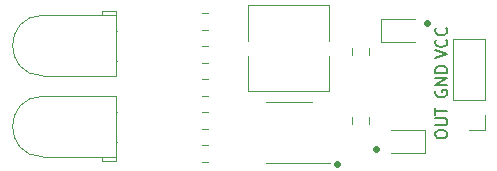
<source format=gbr>
G04 #@! TF.GenerationSoftware,KiCad,Pcbnew,5.1.5-52549c5~86~ubuntu16.04.1*
G04 #@! TF.CreationDate,2020-07-27T16:21:35+05:30*
G04 #@! TF.ProjectId,IR_Sensor_Module_V1.0,49525f53-656e-4736-9f72-5f4d6f64756c,V1.0*
G04 #@! TF.SameCoordinates,Original*
G04 #@! TF.FileFunction,Legend,Top*
G04 #@! TF.FilePolarity,Positive*
%FSLAX46Y46*%
G04 Gerber Fmt 4.6, Leading zero omitted, Abs format (unit mm)*
G04 Created by KiCad (PCBNEW 5.1.5-52549c5~86~ubuntu16.04.1) date 2020-07-27 16:21:35*
%MOMM*%
%LPD*%
G04 APERTURE LIST*
%ADD10C,0.150000*%
%ADD11C,0.381000*%
%ADD12C,0.120000*%
G04 APERTURE END LIST*
D10*
X156170380Y-92519333D02*
X157170380Y-92186000D01*
X156170380Y-91852666D01*
X157075142Y-90947904D02*
X157122761Y-90995523D01*
X157170380Y-91138380D01*
X157170380Y-91233619D01*
X157122761Y-91376476D01*
X157027523Y-91471714D01*
X156932285Y-91519333D01*
X156741809Y-91566952D01*
X156598952Y-91566952D01*
X156408476Y-91519333D01*
X156313238Y-91471714D01*
X156218000Y-91376476D01*
X156170380Y-91233619D01*
X156170380Y-91138380D01*
X156218000Y-90995523D01*
X156265619Y-90947904D01*
X157075142Y-89947904D02*
X157122761Y-89995523D01*
X157170380Y-90138380D01*
X157170380Y-90233619D01*
X157122761Y-90376476D01*
X157027523Y-90471714D01*
X156932285Y-90519333D01*
X156741809Y-90566952D01*
X156598952Y-90566952D01*
X156408476Y-90519333D01*
X156313238Y-90471714D01*
X156218000Y-90376476D01*
X156170380Y-90233619D01*
X156170380Y-90138380D01*
X156218000Y-89995523D01*
X156265619Y-89947904D01*
X156218000Y-95249904D02*
X156170380Y-95345142D01*
X156170380Y-95488000D01*
X156218000Y-95630857D01*
X156313238Y-95726095D01*
X156408476Y-95773714D01*
X156598952Y-95821333D01*
X156741809Y-95821333D01*
X156932285Y-95773714D01*
X157027523Y-95726095D01*
X157122761Y-95630857D01*
X157170380Y-95488000D01*
X157170380Y-95392761D01*
X157122761Y-95249904D01*
X157075142Y-95202285D01*
X156741809Y-95202285D01*
X156741809Y-95392761D01*
X157170380Y-94773714D02*
X156170380Y-94773714D01*
X157170380Y-94202285D01*
X156170380Y-94202285D01*
X157170380Y-93726095D02*
X156170380Y-93726095D01*
X156170380Y-93488000D01*
X156218000Y-93345142D01*
X156313238Y-93249904D01*
X156408476Y-93202285D01*
X156598952Y-93154666D01*
X156741809Y-93154666D01*
X156932285Y-93202285D01*
X157027523Y-93249904D01*
X157122761Y-93345142D01*
X157170380Y-93488000D01*
X157170380Y-93726095D01*
X156170380Y-99044000D02*
X156170380Y-98853523D01*
X156218000Y-98758285D01*
X156313238Y-98663047D01*
X156503714Y-98615428D01*
X156837047Y-98615428D01*
X157027523Y-98663047D01*
X157122761Y-98758285D01*
X157170380Y-98853523D01*
X157170380Y-99044000D01*
X157122761Y-99139238D01*
X157027523Y-99234476D01*
X156837047Y-99282095D01*
X156503714Y-99282095D01*
X156313238Y-99234476D01*
X156218000Y-99139238D01*
X156170380Y-99044000D01*
X156170380Y-98186857D02*
X156979904Y-98186857D01*
X157075142Y-98139238D01*
X157122761Y-98091619D01*
X157170380Y-97996380D01*
X157170380Y-97805904D01*
X157122761Y-97710666D01*
X157075142Y-97663047D01*
X156979904Y-97615428D01*
X156170380Y-97615428D01*
X156170380Y-97282095D02*
X156170380Y-96710666D01*
X157170380Y-96996380D02*
X156170380Y-96996380D01*
D11*
X147828000Y-101382285D02*
X147900571Y-101454857D01*
X147828000Y-101527428D01*
X147755428Y-101454857D01*
X147828000Y-101382285D01*
X147828000Y-101527428D01*
X151130000Y-100112285D02*
X151202571Y-100184857D01*
X151130000Y-100257428D01*
X151057428Y-100184857D01*
X151130000Y-100112285D01*
X151130000Y-100257428D01*
X155448000Y-89444285D02*
X155520571Y-89516857D01*
X155448000Y-89589428D01*
X155375428Y-89516857D01*
X155448000Y-89444285D01*
X155448000Y-89589428D01*
D12*
X129222000Y-90170000D02*
X129222000Y-90170000D01*
X129092000Y-90170000D02*
X129222000Y-90170000D01*
X129092000Y-90170000D02*
X129092000Y-90170000D01*
X129222000Y-90170000D02*
X129092000Y-90170000D01*
X129222000Y-92710000D02*
X129222000Y-92710000D01*
X129092000Y-92710000D02*
X129222000Y-92710000D01*
X129092000Y-92710000D02*
X129092000Y-92710000D01*
X129222000Y-92710000D02*
X129092000Y-92710000D01*
X129092000Y-88880000D02*
X129092000Y-88480000D01*
X127972000Y-88880000D02*
X129092000Y-88880000D01*
X127972000Y-88480000D02*
X127972000Y-88880000D01*
X129092000Y-88480000D02*
X127972000Y-88480000D01*
X129092000Y-94000000D02*
X129092000Y-88880000D01*
X129092000Y-88880000D02*
X122932000Y-88880000D01*
X129092000Y-94000000D02*
X122932000Y-94000000D01*
X122932000Y-88880000D02*
G75*
G03X122932000Y-94000000I0J-2560000D01*
G01*
X136913252Y-88677601D02*
X136390748Y-88677601D01*
X136913252Y-90097601D02*
X136390748Y-90097601D01*
X136913252Y-92912000D02*
X136390748Y-92912000D01*
X136913252Y-91492000D02*
X136390748Y-91492000D01*
X152416000Y-100528000D02*
X155276000Y-100528000D01*
X155276000Y-100528000D02*
X155276000Y-98608000D01*
X155276000Y-98608000D02*
X152416000Y-98608000D01*
X122932000Y-100858000D02*
G75*
G02X122932000Y-95738000I0J2560000D01*
G01*
X129092000Y-95738000D02*
X122932000Y-95738000D01*
X129092000Y-100858000D02*
X122932000Y-100858000D01*
X129092000Y-95738000D02*
X129092000Y-100858000D01*
X129092000Y-101258000D02*
X127972000Y-101258000D01*
X127972000Y-101258000D02*
X127972000Y-100858000D01*
X127972000Y-100858000D02*
X129092000Y-100858000D01*
X129092000Y-100858000D02*
X129092000Y-101258000D01*
X129222000Y-97028000D02*
X129092000Y-97028000D01*
X129092000Y-97028000D02*
X129092000Y-97028000D01*
X129092000Y-97028000D02*
X129222000Y-97028000D01*
X129222000Y-97028000D02*
X129222000Y-97028000D01*
X129222000Y-99568000D02*
X129092000Y-99568000D01*
X129092000Y-99568000D02*
X129092000Y-99568000D01*
X129092000Y-99568000D02*
X129222000Y-99568000D01*
X129222000Y-99568000D02*
X129222000Y-99568000D01*
X151556000Y-91130000D02*
X154416000Y-91130000D01*
X151556000Y-89210000D02*
X151556000Y-91130000D01*
X154416000Y-89210000D02*
X151556000Y-89210000D01*
X160334000Y-90872000D02*
X157674000Y-90872000D01*
X160334000Y-96012000D02*
X160334000Y-90872000D01*
X157674000Y-96012000D02*
X157674000Y-90872000D01*
X160334000Y-96012000D02*
X157674000Y-96012000D01*
X160334000Y-97282000D02*
X160334000Y-98612000D01*
X160334000Y-98612000D02*
X159004000Y-98612000D01*
X150570000Y-97528748D02*
X150570000Y-98051252D01*
X149150000Y-97528748D02*
X149150000Y-98051252D01*
X136913252Y-101294000D02*
X136390748Y-101294000D01*
X136913252Y-99874000D02*
X136390748Y-99874000D01*
X136390748Y-94286000D02*
X136913252Y-94286000D01*
X136390748Y-95706000D02*
X136913252Y-95706000D01*
X136381748Y-98500000D02*
X136904252Y-98500000D01*
X136381748Y-97080000D02*
X136904252Y-97080000D01*
X150570000Y-92209252D02*
X150570000Y-91686748D01*
X149150000Y-92209252D02*
X149150000Y-91686748D01*
X147184000Y-88014000D02*
X147184000Y-91044000D01*
X147184000Y-92344000D02*
X147184000Y-95254000D01*
X140344000Y-88014000D02*
X140344000Y-91044000D01*
X140344000Y-92344000D02*
X140344000Y-95254000D01*
X147184000Y-88014000D02*
X140344000Y-88014000D01*
X147184000Y-95254000D02*
X140344000Y-95254000D01*
X143764000Y-96246000D02*
X141814000Y-96246000D01*
X143764000Y-96246000D02*
X145714000Y-96246000D01*
X143764000Y-101366000D02*
X141814000Y-101366000D01*
X143764000Y-101366000D02*
X147214000Y-101366000D01*
M02*

</source>
